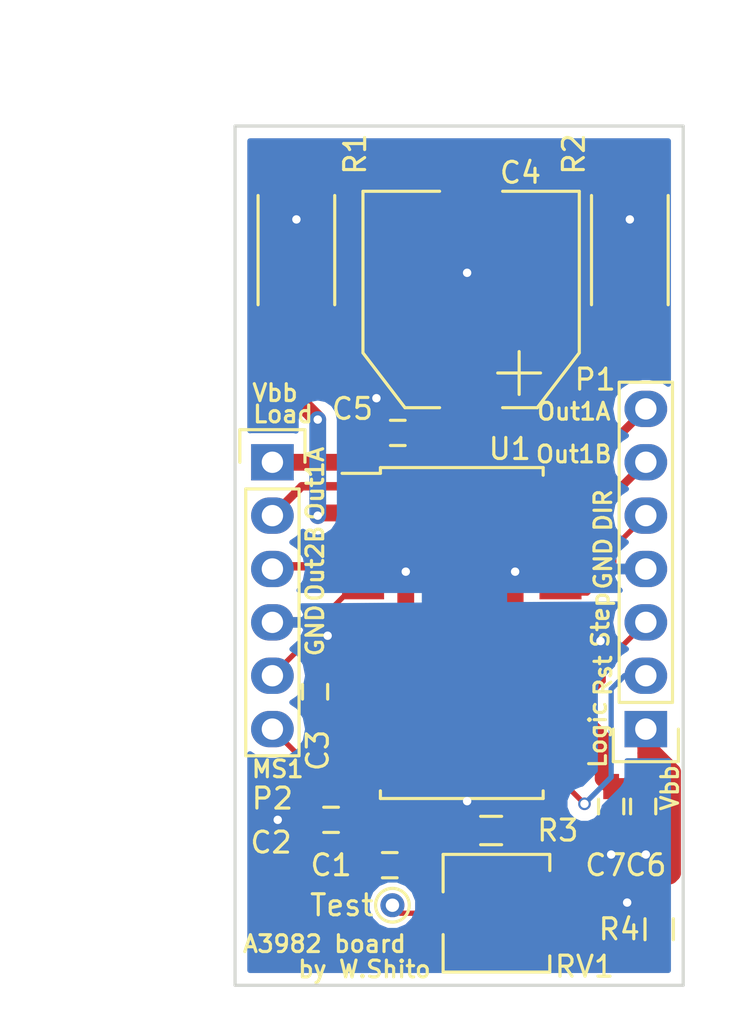
<source format=kicad_pcb>
(kicad_pcb (version 4) (host pcbnew 4.0.5)

  (general
    (links 42)
    (no_connects 0)
    (area 78.256001 39.464 113.978 85.979001)
    (thickness 1.6)
    (drawings 22)
    (tracks 150)
    (zones 0)
    (modules 16)
    (nets 22)
  )

  (page A4)
  (layers
    (0 F.Cu signal)
    (31 B.Cu signal)
    (32 B.Adhes user)
    (33 F.Adhes user)
    (34 B.Paste user)
    (35 F.Paste user)
    (36 B.SilkS user)
    (37 F.SilkS user)
    (38 B.Mask user)
    (39 F.Mask user)
    (40 Dwgs.User user)
    (41 Cmts.User user)
    (42 Eco1.User user)
    (43 Eco2.User user)
    (44 Edge.Cuts user)
    (45 Margin user)
    (46 B.CrtYd user hide)
    (47 F.CrtYd user hide)
    (48 B.Fab user hide)
    (49 F.Fab user)
  )

  (setup
    (last_trace_width 0.25)
    (trace_clearance 0.2)
    (zone_clearance 0.508)
    (zone_45_only no)
    (trace_min 0.1524)
    (segment_width 0.2)
    (edge_width 0.15)
    (via_size 0.6)
    (via_drill 0.4)
    (via_min_size 0.41524)
    (via_min_drill 0.3)
    (uvia_size 0.3)
    (uvia_drill 0.1)
    (uvias_allowed no)
    (uvia_min_size 0.2)
    (uvia_min_drill 0.1)
    (pcb_text_width 0.3)
    (pcb_text_size 1.5 1.5)
    (mod_edge_width 0.15)
    (mod_text_size 1 1)
    (mod_text_width 0.15)
    (pad_size 1.524 1.524)
    (pad_drill 0.762)
    (pad_to_mask_clearance 0.2)
    (aux_axis_origin 0 0)
    (visible_elements FFFFFF7F)
    (pcbplotparams
      (layerselection 0x00030_80000001)
      (usegerberextensions false)
      (excludeedgelayer true)
      (linewidth 0.100000)
      (plotframeref false)
      (viasonmask false)
      (mode 1)
      (useauxorigin false)
      (hpglpennumber 1)
      (hpglpenspeed 20)
      (hpglpendiameter 15)
      (hpglpenoverlay 2)
      (psnegative false)
      (psa4output false)
      (plotreference true)
      (plotvalue true)
      (plotinvisibletext false)
      (padsonsilk false)
      (subtractmaskfromsilk false)
      (outputformat 1)
      (mirror false)
      (drillshape 1)
      (scaleselection 1)
      (outputdirectory ""))
  )

  (net 0 "")
  (net 1 "Net-(C1-Pad1)")
  (net 2 VBB_LOAD)
  (net 3 "Net-(C2-Pad1)")
  (net 4 GND)
  (net 5 "Net-(C3-Pad1)")
  (net 6 "Net-(C3-Pad2)")
  (net 7 VDD_LOGIC)
  (net 8 STEP)
  (net 9 DIR)
  (net 10 RESET)
  (net 11 MS1)
  (net 12 ENABLE)
  (net 13 OUT1A)
  (net 14 OUT1B)
  (net 15 OUT2A)
  (net 16 OUT2B)
  (net 17 "Net-(R1-Pad1)")
  (net 18 "Net-(R2-Pad2)")
  (net 19 "Net-(R3-Pad1)")
  (net 20 "Net-(R4-Pad1)")
  (net 21 "Net-(RV1-Pad2)")

  (net_class Default "This is the default net class."
    (clearance 0.2)
    (trace_width 0.25)
    (via_dia 0.6)
    (via_drill 0.4)
    (uvia_dia 0.3)
    (uvia_drill 0.1)
    (add_net DIR)
    (add_net ENABLE)
    (add_net MS1)
    (add_net "Net-(R3-Pad1)")
    (add_net "Net-(RV1-Pad2)")
    (add_net RESET)
    (add_net STEP)
  )

  (net_class Bold ""
    (clearance 0.2)
    (trace_width 0.4)
    (via_dia 0.6)
    (via_drill 0.4)
    (uvia_dia 0.3)
    (uvia_drill 0.1)
    (add_net "Net-(C1-Pad1)")
    (add_net "Net-(C2-Pad1)")
    (add_net "Net-(C3-Pad1)")
    (add_net "Net-(C3-Pad2)")
    (add_net OUT1A)
    (add_net OUT1B)
    (add_net OUT2A)
    (add_net OUT2B)
  )

  (net_class Bold2 ""
    (clearance 0.2)
    (trace_width 0.8)
    (via_dia 0.6)
    (via_drill 0.4)
    (uvia_dia 0.3)
    (uvia_drill 0.1)
    (add_net GND)
    (add_net "Net-(R1-Pad1)")
    (add_net "Net-(R2-Pad2)")
    (add_net "Net-(R4-Pad1)")
    (add_net VBB_LOAD)
    (add_net VDD_LOGIC)
  )

  (net_class Elecrow ""
    (clearance 0.1524)
    (trace_width 0.1524)
    (via_dia 0.41524)
    (via_drill 0.3)
    (uvia_dia 0.3)
    (uvia_drill 0.1)
  )

  (module Capacitors_SMD:C_0603_HandSoldering (layer F.Cu) (tedit 59243AFE) (tstamp 592197B8)
    (at 97.028 80.137)
    (descr "Capacitor SMD 0603, hand soldering")
    (tags "capacitor 0603")
    (path /591716BC)
    (attr smd)
    (fp_text reference C1 (at -2.794 0) (layer F.SilkS)
      (effects (font (size 1 1) (thickness 0.15)))
    )
    (fp_text value 0.1u (at -1.016 -1.016) (layer F.Fab)
      (effects (font (size 1 1) (thickness 0.15)))
    )
    (fp_line (start -0.8 0.4) (end -0.8 -0.4) (layer F.Fab) (width 0.15))
    (fp_line (start 0.8 0.4) (end -0.8 0.4) (layer F.Fab) (width 0.15))
    (fp_line (start 0.8 -0.4) (end 0.8 0.4) (layer F.Fab) (width 0.15))
    (fp_line (start -0.8 -0.4) (end 0.8 -0.4) (layer F.Fab) (width 0.15))
    (fp_line (start -1.85 -0.75) (end 1.85 -0.75) (layer F.CrtYd) (width 0.05))
    (fp_line (start -1.85 0.75) (end 1.85 0.75) (layer F.CrtYd) (width 0.05))
    (fp_line (start -1.85 -0.75) (end -1.85 0.75) (layer F.CrtYd) (width 0.05))
    (fp_line (start 1.85 -0.75) (end 1.85 0.75) (layer F.CrtYd) (width 0.05))
    (fp_line (start -0.35 -0.6) (end 0.35 -0.6) (layer F.SilkS) (width 0.15))
    (fp_line (start 0.35 0.6) (end -0.35 0.6) (layer F.SilkS) (width 0.15))
    (pad 1 smd rect (at -0.95 0) (size 1.2 0.75) (layers F.Cu F.Paste F.Mask)
      (net 1 "Net-(C1-Pad1)"))
    (pad 2 smd rect (at 0.95 0) (size 1.2 0.75) (layers F.Cu F.Paste F.Mask)
      (net 2 VBB_LOAD))
    (model Capacitors_SMD.3dshapes/C_0603_HandSoldering.wrl
      (at (xyz 0 0 0))
      (scale (xyz 1 1 1))
      (rotate (xyz 0 0 0))
    )
  )

  (module Capacitors_SMD:C_0603_HandSoldering (layer F.Cu) (tedit 59243A3F) (tstamp 592197BE)
    (at 94.234 77.978 180)
    (descr "Capacitor SMD 0603, hand soldering")
    (tags "capacitor 0603")
    (path /5917277C)
    (attr smd)
    (fp_text reference C2 (at 2.8575 -1.0795 360) (layer F.SilkS)
      (effects (font (size 1 1) (thickness 0.15)))
    )
    (fp_text value 0.22u (at 4.699 0.127 180) (layer F.Fab)
      (effects (font (size 1 1) (thickness 0.15)))
    )
    (fp_line (start -0.8 0.4) (end -0.8 -0.4) (layer F.Fab) (width 0.15))
    (fp_line (start 0.8 0.4) (end -0.8 0.4) (layer F.Fab) (width 0.15))
    (fp_line (start 0.8 -0.4) (end 0.8 0.4) (layer F.Fab) (width 0.15))
    (fp_line (start -0.8 -0.4) (end 0.8 -0.4) (layer F.Fab) (width 0.15))
    (fp_line (start -1.85 -0.75) (end 1.85 -0.75) (layer F.CrtYd) (width 0.05))
    (fp_line (start -1.85 0.75) (end 1.85 0.75) (layer F.CrtYd) (width 0.05))
    (fp_line (start -1.85 -0.75) (end -1.85 0.75) (layer F.CrtYd) (width 0.05))
    (fp_line (start 1.85 -0.75) (end 1.85 0.75) (layer F.CrtYd) (width 0.05))
    (fp_line (start -0.35 -0.6) (end 0.35 -0.6) (layer F.SilkS) (width 0.15))
    (fp_line (start 0.35 0.6) (end -0.35 0.6) (layer F.SilkS) (width 0.15))
    (pad 1 smd rect (at -0.95 0 180) (size 1.2 0.75) (layers F.Cu F.Paste F.Mask)
      (net 3 "Net-(C2-Pad1)"))
    (pad 2 smd rect (at 0.95 0 180) (size 1.2 0.75) (layers F.Cu F.Paste F.Mask)
      (net 4 GND))
    (model Capacitors_SMD.3dshapes/C_0603_HandSoldering.wrl
      (at (xyz 0 0 0))
      (scale (xyz 1 1 1))
      (rotate (xyz 0 0 0))
    )
  )

  (module Capacitors_SMD:C_0603_HandSoldering (layer F.Cu) (tedit 5924353D) (tstamp 592197C4)
    (at 93.472 71.882 270)
    (descr "Capacitor SMD 0603, hand soldering")
    (tags "capacitor 0603")
    (path /5916745A)
    (attr smd)
    (fp_text reference C3 (at 2.794 -0.127 270) (layer F.SilkS)
      (effects (font (size 1 1) (thickness 0.15)))
    )
    (fp_text value 0.1u (at 0.762 -1.397 270) (layer F.Fab)
      (effects (font (size 1 1) (thickness 0.15)))
    )
    (fp_line (start -0.8 0.4) (end -0.8 -0.4) (layer F.Fab) (width 0.15))
    (fp_line (start 0.8 0.4) (end -0.8 0.4) (layer F.Fab) (width 0.15))
    (fp_line (start 0.8 -0.4) (end 0.8 0.4) (layer F.Fab) (width 0.15))
    (fp_line (start -0.8 -0.4) (end 0.8 -0.4) (layer F.Fab) (width 0.15))
    (fp_line (start -1.85 -0.75) (end 1.85 -0.75) (layer F.CrtYd) (width 0.05))
    (fp_line (start -1.85 0.75) (end 1.85 0.75) (layer F.CrtYd) (width 0.05))
    (fp_line (start -1.85 -0.75) (end -1.85 0.75) (layer F.CrtYd) (width 0.05))
    (fp_line (start 1.85 -0.75) (end 1.85 0.75) (layer F.CrtYd) (width 0.05))
    (fp_line (start -0.35 -0.6) (end 0.35 -0.6) (layer F.SilkS) (width 0.15))
    (fp_line (start 0.35 0.6) (end -0.35 0.6) (layer F.SilkS) (width 0.15))
    (pad 1 smd rect (at -0.95 0 270) (size 1.2 0.75) (layers F.Cu F.Paste F.Mask)
      (net 5 "Net-(C3-Pad1)"))
    (pad 2 smd rect (at 0.95 0 270) (size 1.2 0.75) (layers F.Cu F.Paste F.Mask)
      (net 6 "Net-(C3-Pad2)"))
    (model Capacitors_SMD.3dshapes/C_0603_HandSoldering.wrl
      (at (xyz 0 0 0))
      (scale (xyz 1 1 1))
      (rotate (xyz 0 0 0))
    )
  )

  (module Capacitors_SMD:C_0603_HandSoldering (layer F.Cu) (tedit 5924396C) (tstamp 592197DA)
    (at 97.409 59.563)
    (descr "Capacitor SMD 0603, hand soldering")
    (tags "capacitor 0603")
    (path /59171B08)
    (attr smd)
    (fp_text reference C5 (at -2.159 -1.143) (layer F.SilkS)
      (effects (font (size 1 1) (thickness 0.15)))
    )
    (fp_text value 0.22u (at 0.254 1.143) (layer F.Fab)
      (effects (font (size 1 1) (thickness 0.15)))
    )
    (fp_line (start -0.8 0.4) (end -0.8 -0.4) (layer F.Fab) (width 0.15))
    (fp_line (start 0.8 0.4) (end -0.8 0.4) (layer F.Fab) (width 0.15))
    (fp_line (start 0.8 -0.4) (end 0.8 0.4) (layer F.Fab) (width 0.15))
    (fp_line (start -0.8 -0.4) (end 0.8 -0.4) (layer F.Fab) (width 0.15))
    (fp_line (start -1.85 -0.75) (end 1.85 -0.75) (layer F.CrtYd) (width 0.05))
    (fp_line (start -1.85 0.75) (end 1.85 0.75) (layer F.CrtYd) (width 0.05))
    (fp_line (start -1.85 -0.75) (end -1.85 0.75) (layer F.CrtYd) (width 0.05))
    (fp_line (start 1.85 -0.75) (end 1.85 0.75) (layer F.CrtYd) (width 0.05))
    (fp_line (start -0.35 -0.6) (end 0.35 -0.6) (layer F.SilkS) (width 0.15))
    (fp_line (start 0.35 0.6) (end -0.35 0.6) (layer F.SilkS) (width 0.15))
    (pad 1 smd rect (at -0.95 0) (size 1.2 0.75) (layers F.Cu F.Paste F.Mask)
      (net 4 GND))
    (pad 2 smd rect (at 0.95 0) (size 1.2 0.75) (layers F.Cu F.Paste F.Mask)
      (net 2 VBB_LOAD))
    (model Capacitors_SMD.3dshapes/C_0603_HandSoldering.wrl
      (at (xyz 0 0 0))
      (scale (xyz 1 1 1))
      (rotate (xyz 0 0 0))
    )
  )

  (module Capacitors_SMD:C_0603_HandSoldering (layer F.Cu) (tedit 592431E8) (tstamp 592197E0)
    (at 109.093 77.343 270)
    (descr "Capacitor SMD 0603, hand soldering")
    (tags "capacitor 0603")
    (path /5916EAE4)
    (attr smd)
    (fp_text reference C6 (at 2.794 -0.127 360) (layer F.SilkS)
      (effects (font (size 1 1) (thickness 0.15)))
    )
    (fp_text value 10u (at 0.254 -2.921 270) (layer F.Fab)
      (effects (font (size 1 1) (thickness 0.15)))
    )
    (fp_line (start -0.8 0.4) (end -0.8 -0.4) (layer F.Fab) (width 0.15))
    (fp_line (start 0.8 0.4) (end -0.8 0.4) (layer F.Fab) (width 0.15))
    (fp_line (start 0.8 -0.4) (end 0.8 0.4) (layer F.Fab) (width 0.15))
    (fp_line (start -0.8 -0.4) (end 0.8 -0.4) (layer F.Fab) (width 0.15))
    (fp_line (start -1.85 -0.75) (end 1.85 -0.75) (layer F.CrtYd) (width 0.05))
    (fp_line (start -1.85 0.75) (end 1.85 0.75) (layer F.CrtYd) (width 0.05))
    (fp_line (start -1.85 -0.75) (end -1.85 0.75) (layer F.CrtYd) (width 0.05))
    (fp_line (start 1.85 -0.75) (end 1.85 0.75) (layer F.CrtYd) (width 0.05))
    (fp_line (start -0.35 -0.6) (end 0.35 -0.6) (layer F.SilkS) (width 0.15))
    (fp_line (start 0.35 0.6) (end -0.35 0.6) (layer F.SilkS) (width 0.15))
    (pad 1 smd rect (at -0.95 0 270) (size 1.2 0.75) (layers F.Cu F.Paste F.Mask)
      (net 7 VDD_LOGIC))
    (pad 2 smd rect (at 0.95 0 270) (size 1.2 0.75) (layers F.Cu F.Paste F.Mask)
      (net 4 GND))
    (model Capacitors_SMD.3dshapes/C_0603_HandSoldering.wrl
      (at (xyz 0 0 0))
      (scale (xyz 1 1 1))
      (rotate (xyz 0 0 0))
    )
  )

  (module Capacitors_SMD:C_0603_HandSoldering (layer F.Cu) (tedit 592431F0) (tstamp 592197E6)
    (at 107.569 77.343 90)
    (descr "Capacitor SMD 0603, hand soldering")
    (tags "capacitor 0603")
    (path /5916DD02)
    (attr smd)
    (fp_text reference C7 (at -2.794 -0.254 180) (layer F.SilkS)
      (effects (font (size 1 1) (thickness 0.15)))
    )
    (fp_text value 0.22u (at -0.381 -1.143 90) (layer F.Fab)
      (effects (font (size 1 1) (thickness 0.15)))
    )
    (fp_line (start -0.8 0.4) (end -0.8 -0.4) (layer F.Fab) (width 0.15))
    (fp_line (start 0.8 0.4) (end -0.8 0.4) (layer F.Fab) (width 0.15))
    (fp_line (start 0.8 -0.4) (end 0.8 0.4) (layer F.Fab) (width 0.15))
    (fp_line (start -0.8 -0.4) (end 0.8 -0.4) (layer F.Fab) (width 0.15))
    (fp_line (start -1.85 -0.75) (end 1.85 -0.75) (layer F.CrtYd) (width 0.05))
    (fp_line (start -1.85 0.75) (end 1.85 0.75) (layer F.CrtYd) (width 0.05))
    (fp_line (start -1.85 -0.75) (end -1.85 0.75) (layer F.CrtYd) (width 0.05))
    (fp_line (start 1.85 -0.75) (end 1.85 0.75) (layer F.CrtYd) (width 0.05))
    (fp_line (start -0.35 -0.6) (end 0.35 -0.6) (layer F.SilkS) (width 0.15))
    (fp_line (start 0.35 0.6) (end -0.35 0.6) (layer F.SilkS) (width 0.15))
    (pad 1 smd rect (at -0.95 0 90) (size 1.2 0.75) (layers F.Cu F.Paste F.Mask)
      (net 4 GND))
    (pad 2 smd rect (at 0.95 0 90) (size 1.2 0.75) (layers F.Cu F.Paste F.Mask)
      (net 7 VDD_LOGIC))
    (model Capacitors_SMD.3dshapes/C_0603_HandSoldering.wrl
      (at (xyz 0 0 0))
      (scale (xyz 1 1 1))
      (rotate (xyz 0 0 0))
    )
  )

  (module Resistors_SMD:R_2512_HandSoldering (layer F.Cu) (tedit 59243AE3) (tstamp 59219801)
    (at 92.583 50.8635 90)
    (descr "Resistor SMD 2512, hand soldering")
    (tags "resistor 2512")
    (path /59167012)
    (attr smd)
    (fp_text reference R1 (at 4.572 2.794 270) (layer F.SilkS)
      (effects (font (size 1 1) (thickness 0.15)))
    )
    (fp_text value 0.33 (at -0.8255 0 90) (layer F.Fab)
      (effects (font (size 1 1) (thickness 0.15)))
    )
    (fp_line (start -3.15 1.6) (end -3.15 -1.6) (layer F.Fab) (width 0.1))
    (fp_line (start 3.15 1.6) (end -3.15 1.6) (layer F.Fab) (width 0.1))
    (fp_line (start 3.15 -1.6) (end 3.15 1.6) (layer F.Fab) (width 0.1))
    (fp_line (start -3.15 -1.6) (end 3.15 -1.6) (layer F.Fab) (width 0.1))
    (fp_line (start -5.6 -1.95) (end 5.6 -1.95) (layer F.CrtYd) (width 0.05))
    (fp_line (start -5.6 1.95) (end 5.6 1.95) (layer F.CrtYd) (width 0.05))
    (fp_line (start -5.6 -1.95) (end -5.6 1.95) (layer F.CrtYd) (width 0.05))
    (fp_line (start 5.6 -1.95) (end 5.6 1.95) (layer F.CrtYd) (width 0.05))
    (fp_line (start 2.6 1.825) (end -2.6 1.825) (layer F.SilkS) (width 0.15))
    (fp_line (start -2.6 -1.825) (end 2.6 -1.825) (layer F.SilkS) (width 0.15))
    (pad 1 smd rect (at -3.95 0 90) (size 2.7 3.2) (layers F.Cu F.Paste F.Mask)
      (net 17 "Net-(R1-Pad1)"))
    (pad 2 smd rect (at 3.95 0 90) (size 2.7 3.2) (layers F.Cu F.Paste F.Mask)
      (net 4 GND))
    (model Resistors_SMD.3dshapes/R_2512_HandSoldering.wrl
      (at (xyz 0 0 0))
      (scale (xyz 1 1 1))
      (rotate (xyz 0 0 0))
    )
  )

  (module Resistors_SMD:R_2512_HandSoldering (layer F.Cu) (tedit 59243AE5) (tstamp 59219807)
    (at 108.458 50.8635 270)
    (descr "Resistor SMD 2512, hand soldering")
    (tags "resistor 2512")
    (path /5916728D)
    (attr smd)
    (fp_text reference R2 (at -4.572 2.667 450) (layer F.SilkS)
      (effects (font (size 1 1) (thickness 0.15)))
    )
    (fp_text value 0.33 (at 0.1905 -0.127 270) (layer F.Fab)
      (effects (font (size 1 1) (thickness 0.15)))
    )
    (fp_line (start -3.15 1.6) (end -3.15 -1.6) (layer F.Fab) (width 0.1))
    (fp_line (start 3.15 1.6) (end -3.15 1.6) (layer F.Fab) (width 0.1))
    (fp_line (start 3.15 -1.6) (end 3.15 1.6) (layer F.Fab) (width 0.1))
    (fp_line (start -3.15 -1.6) (end 3.15 -1.6) (layer F.Fab) (width 0.1))
    (fp_line (start -5.6 -1.95) (end 5.6 -1.95) (layer F.CrtYd) (width 0.05))
    (fp_line (start -5.6 1.95) (end 5.6 1.95) (layer F.CrtYd) (width 0.05))
    (fp_line (start -5.6 -1.95) (end -5.6 1.95) (layer F.CrtYd) (width 0.05))
    (fp_line (start 5.6 -1.95) (end 5.6 1.95) (layer F.CrtYd) (width 0.05))
    (fp_line (start 2.6 1.825) (end -2.6 1.825) (layer F.SilkS) (width 0.15))
    (fp_line (start -2.6 -1.825) (end 2.6 -1.825) (layer F.SilkS) (width 0.15))
    (pad 1 smd rect (at -3.95 0 270) (size 2.7 3.2) (layers F.Cu F.Paste F.Mask)
      (net 4 GND))
    (pad 2 smd rect (at 3.95 0 270) (size 2.7 3.2) (layers F.Cu F.Paste F.Mask)
      (net 18 "Net-(R2-Pad2)"))
    (model Resistors_SMD.3dshapes/R_2512_HandSoldering.wrl
      (at (xyz 0 0 0))
      (scale (xyz 1 1 1))
      (rotate (xyz 0 0 0))
    )
  )

  (module Resistors_SMD:R_0603_HandSoldering (layer F.Cu) (tedit 592431A5) (tstamp 5921980D)
    (at 101.854 78.486 180)
    (descr "Resistor SMD 0603, hand soldering")
    (tags "resistor 0603")
    (path /59167D4A)
    (attr smd)
    (fp_text reference R3 (at -3.175 0 180) (layer F.SilkS)
      (effects (font (size 1 1) (thickness 0.15)))
    )
    (fp_text value 25K (at 3.429 0.381 180) (layer F.Fab)
      (effects (font (size 1 1) (thickness 0.15)))
    )
    (fp_line (start -0.8 0.4) (end -0.8 -0.4) (layer F.Fab) (width 0.1))
    (fp_line (start 0.8 0.4) (end -0.8 0.4) (layer F.Fab) (width 0.1))
    (fp_line (start 0.8 -0.4) (end 0.8 0.4) (layer F.Fab) (width 0.1))
    (fp_line (start -0.8 -0.4) (end 0.8 -0.4) (layer F.Fab) (width 0.1))
    (fp_line (start -2 -0.8) (end 2 -0.8) (layer F.CrtYd) (width 0.05))
    (fp_line (start -2 0.8) (end 2 0.8) (layer F.CrtYd) (width 0.05))
    (fp_line (start -2 -0.8) (end -2 0.8) (layer F.CrtYd) (width 0.05))
    (fp_line (start 2 -0.8) (end 2 0.8) (layer F.CrtYd) (width 0.05))
    (fp_line (start 0.5 0.675) (end -0.5 0.675) (layer F.SilkS) (width 0.15))
    (fp_line (start -0.5 -0.675) (end 0.5 -0.675) (layer F.SilkS) (width 0.15))
    (pad 1 smd rect (at -1.1 0 180) (size 1.2 0.9) (layers F.Cu F.Paste F.Mask)
      (net 19 "Net-(R3-Pad1)"))
    (pad 2 smd rect (at 1.1 0 180) (size 1.2 0.9) (layers F.Cu F.Paste F.Mask)
      (net 4 GND))
    (model Resistors_SMD.3dshapes/R_0603_HandSoldering.wrl
      (at (xyz 0 0 0))
      (scale (xyz 1 1 1))
      (rotate (xyz 0 0 0))
    )
  )

  (module Resistors_SMD:R_0603_HandSoldering (layer F.Cu) (tedit 592431EB) (tstamp 59219813)
    (at 109.855 83.185 90)
    (descr "Resistor SMD 0603, hand soldering")
    (tags "resistor 0603")
    (path /59167319)
    (attr smd)
    (fp_text reference R4 (at 0 -1.9 180) (layer F.SilkS)
      (effects (font (size 1 1) (thickness 0.15)))
    )
    (fp_text value 2.4K (at -0.254 2.921 90) (layer F.Fab)
      (effects (font (size 1 1) (thickness 0.15)))
    )
    (fp_line (start -0.8 0.4) (end -0.8 -0.4) (layer F.Fab) (width 0.1))
    (fp_line (start 0.8 0.4) (end -0.8 0.4) (layer F.Fab) (width 0.1))
    (fp_line (start 0.8 -0.4) (end 0.8 0.4) (layer F.Fab) (width 0.1))
    (fp_line (start -0.8 -0.4) (end 0.8 -0.4) (layer F.Fab) (width 0.1))
    (fp_line (start -2 -0.8) (end 2 -0.8) (layer F.CrtYd) (width 0.05))
    (fp_line (start -2 0.8) (end 2 0.8) (layer F.CrtYd) (width 0.05))
    (fp_line (start -2 -0.8) (end -2 0.8) (layer F.CrtYd) (width 0.05))
    (fp_line (start 2 -0.8) (end 2 0.8) (layer F.CrtYd) (width 0.05))
    (fp_line (start 0.5 0.675) (end -0.5 0.675) (layer F.SilkS) (width 0.15))
    (fp_line (start -0.5 -0.675) (end 0.5 -0.675) (layer F.SilkS) (width 0.15))
    (pad 1 smd rect (at -1.1 0 90) (size 1.2 0.9) (layers F.Cu F.Paste F.Mask)
      (net 20 "Net-(R4-Pad1)"))
    (pad 2 smd rect (at 1.1 0 90) (size 1.2 0.9) (layers F.Cu F.Paste F.Mask)
      (net 4 GND))
    (model Resistors_SMD.3dshapes/R_0603_HandSoldering.wrl
      (at (xyz 0 0 0))
      (scale (xyz 1 1 1))
      (rotate (xyz 0 0 0))
    )
  )

  (module wshito_FootPrints:G43A (layer F.Cu) (tedit 59243A01) (tstamp 59219824)
    (at 102.108 82.423 90)
    (path /591596EC)
    (fp_text reference RV1 (at -2.54 4.191 180) (layer F.SilkS)
      (effects (font (size 1 1) (thickness 0.15)))
    )
    (fp_text value 10K (at -1.524 -0.254 180) (layer F.Fab)
      (effects (font (size 1 1) (thickness 0.15)))
    )
    (fp_line (start 1.016 -2.54) (end 2.8 -2.54) (layer F.SilkS) (width 0.15))
    (fp_line (start 2.8 -2.54) (end 2.8 2.54) (layer F.SilkS) (width 0.15))
    (fp_line (start 2.8 2.54) (end 2.032 2.54) (layer F.SilkS) (width 0.15))
    (fp_line (start -2.8 -2.54) (end -1.016 -2.54) (layer F.SilkS) (width 0.15))
    (fp_line (start -2.8 -2.54) (end -2.8 2.54) (layer F.SilkS) (width 0.15))
    (fp_line (start -2.8 2.54) (end -2.032 2.54) (layer F.SilkS) (width 0.15))
    (fp_line (start -2.55 -2.25) (end -2.55 2.25) (layer F.Fab) (width 0.15))
    (fp_line (start -2.55 2.25) (end 2.55 2.25) (layer F.Fab) (width 0.15))
    (fp_line (start 2.55 2.25) (end 2.55 -2.25) (layer F.Fab) (width 0.15))
    (fp_line (start 2.5 -2.25) (end -2.5 -2.25) (layer F.Fab) (width 0.15))
    (pad 1 smd rect (at 1.15 2.425 90) (size 0.9 2.15) (layers F.Cu F.Paste F.Mask)
      (net 7 VDD_LOGIC))
    (pad 2 smd rect (at 0 -2.425 90) (size 1.3 2.15) (layers F.Cu F.Paste F.Mask)
      (net 21 "Net-(RV1-Pad2)"))
    (pad 3 smd rect (at -1.15 2.425 90) (size 0.9 2.15) (layers F.Cu F.Paste F.Mask)
      (net 20 "Net-(R4-Pad1)"))
  )

  (module Housings_SOIC:SOIC-24W_7.5x15.4mm_Pitch1.27mm (layer F.Cu) (tedit 5924310A) (tstamp 59219840)
    (at 100.457 69.088)
    (descr "24-Lead Plastic Small Outline (SO) - Wide, 7.50 mm Body [SOIC] (see Microchip Packaging Specification 00000049BS.pdf)")
    (tags "SOIC 1.27")
    (path /5918F2BA)
    (attr smd)
    (fp_text reference U1 (at 2.286 -8.763) (layer F.SilkS)
      (effects (font (size 1 1) (thickness 0.15)))
    )
    (fp_text value A3982 (at 0.127 1.905) (layer F.Fab)
      (effects (font (size 1 1) (thickness 0.15)))
    )
    (fp_line (start -2.75 -7.7) (end 3.75 -7.7) (layer F.Fab) (width 0.15))
    (fp_line (start 3.75 -7.7) (end 3.75 7.7) (layer F.Fab) (width 0.15))
    (fp_line (start 3.75 7.7) (end -3.75 7.7) (layer F.Fab) (width 0.15))
    (fp_line (start -3.75 7.7) (end -3.75 -6.7) (layer F.Fab) (width 0.15))
    (fp_line (start -3.75 -6.7) (end -2.75 -7.7) (layer F.Fab) (width 0.15))
    (fp_line (start -5.95 -8.05) (end -5.95 8.05) (layer F.CrtYd) (width 0.05))
    (fp_line (start 5.95 -8.05) (end 5.95 8.05) (layer F.CrtYd) (width 0.05))
    (fp_line (start -5.95 -8.05) (end 5.95 -8.05) (layer F.CrtYd) (width 0.05))
    (fp_line (start -5.95 8.05) (end 5.95 8.05) (layer F.CrtYd) (width 0.05))
    (fp_line (start -3.875 -7.875) (end -3.875 -7.6) (layer F.SilkS) (width 0.15))
    (fp_line (start 3.875 -7.875) (end 3.875 -7.51) (layer F.SilkS) (width 0.15))
    (fp_line (start 3.875 7.875) (end 3.875 7.51) (layer F.SilkS) (width 0.15))
    (fp_line (start -3.875 7.875) (end -3.875 7.51) (layer F.SilkS) (width 0.15))
    (fp_line (start -3.875 -7.875) (end 3.875 -7.875) (layer F.SilkS) (width 0.15))
    (fp_line (start -3.875 7.875) (end 3.875 7.875) (layer F.SilkS) (width 0.15))
    (fp_line (start -3.875 -7.6) (end -5.7 -7.6) (layer F.SilkS) (width 0.15))
    (pad 1 smd rect (at -4.7 -6.985) (size 2 0.6) (layers F.Cu F.Paste F.Mask)
      (net 15 OUT2A))
    (pad 2 smd rect (at -4.7 -5.715) (size 2 0.6) (layers F.Cu F.Paste F.Mask)
      (net 17 "Net-(R1-Pad1)"))
    (pad 3 smd rect (at -4.7 -4.445) (size 2 0.6) (layers F.Cu F.Paste F.Mask)
      (net 2 VBB_LOAD))
    (pad 4 smd rect (at -4.7 -3.175) (size 2 0.6) (layers F.Cu F.Paste F.Mask)
      (net 16 OUT2B))
    (pad 5 smd rect (at -4.7 -1.905) (size 2 0.6) (layers F.Cu F.Paste F.Mask)
      (net 12 ENABLE))
    (pad 6 smd rect (at -4.7 -0.635) (size 2 0.6) (layers F.Cu F.Paste F.Mask)
      (net 4 GND))
    (pad 7 smd rect (at -4.7 0.635) (size 2 0.6) (layers F.Cu F.Paste F.Mask)
      (net 4 GND))
    (pad 8 smd rect (at -4.7 1.905) (size 2 0.6) (layers F.Cu F.Paste F.Mask)
      (net 5 "Net-(C3-Pad1)"))
    (pad 9 smd rect (at -4.7 3.175) (size 2 0.6) (layers F.Cu F.Paste F.Mask)
      (net 6 "Net-(C3-Pad2)"))
    (pad 10 smd rect (at -4.7 4.445) (size 2 0.6) (layers F.Cu F.Paste F.Mask)
      (net 1 "Net-(C1-Pad1)"))
    (pad 11 smd rect (at -4.7 5.715) (size 2 0.6) (layers F.Cu F.Paste F.Mask)
      (net 3 "Net-(C2-Pad1)"))
    (pad 12 smd rect (at -4.7 6.985) (size 2 0.6) (layers F.Cu F.Paste F.Mask)
      (net 11 MS1))
    (pad 13 smd rect (at 4.7 6.985) (size 2 0.6) (layers F.Cu F.Paste F.Mask)
      (net 10 RESET))
    (pad 14 smd rect (at 4.7 5.715) (size 2 0.6) (layers F.Cu F.Paste F.Mask)
      (net 19 "Net-(R3-Pad1)"))
    (pad 15 smd rect (at 4.7 4.445) (size 2 0.6) (layers F.Cu F.Paste F.Mask)
      (net 7 VDD_LOGIC))
    (pad 16 smd rect (at 4.7 3.175) (size 2 0.6) (layers F.Cu F.Paste F.Mask)
      (net 8 STEP))
    (pad 17 smd rect (at 4.7 1.905) (size 2 0.6) (layers F.Cu F.Paste F.Mask)
      (net 21 "Net-(RV1-Pad2)"))
    (pad 18 smd rect (at 4.7 0.635) (size 2 0.6) (layers F.Cu F.Paste F.Mask)
      (net 4 GND))
    (pad 19 smd rect (at 4.7 -0.635) (size 2 0.6) (layers F.Cu F.Paste F.Mask)
      (net 4 GND))
    (pad 20 smd rect (at 4.7 -1.905) (size 2 0.6) (layers F.Cu F.Paste F.Mask)
      (net 9 DIR))
    (pad 21 smd rect (at 4.7 -3.175) (size 2 0.6) (layers F.Cu F.Paste F.Mask)
      (net 14 OUT1B))
    (pad 22 smd rect (at 4.7 -4.445) (size 2 0.6) (layers F.Cu F.Paste F.Mask)
      (net 2 VBB_LOAD))
    (pad 23 smd rect (at 4.7 -5.715) (size 2 0.6) (layers F.Cu F.Paste F.Mask)
      (net 18 "Net-(R2-Pad2)"))
    (pad 24 smd rect (at 4.7 -6.985) (size 2 0.6) (layers F.Cu F.Paste F.Mask)
      (net 13 OUT1A))
    (model Housings_SOIC.3dshapes/SOIC-24_7.5x15.4mm_Pitch1.27mm.wrl
      (at (xyz 0 0 0))
      (scale (xyz 1 1 1))
      (rotate (xyz 0 0 0))
    )
  )

  (module Connectors:PINTST (layer F.Cu) (tedit 59243A99) (tstamp 59219845)
    (at 97.155 82.042)
    (descr "module 1 pin (ou trou mecanique de percage)")
    (tags DEV)
    (path /59158DFF)
    (fp_text reference Test (at -2.413 0) (layer F.SilkS)
      (effects (font (size 1 1) (thickness 0.15)))
    )
    (fp_text value TEST_1P (at 2.2225 4.826) (layer F.Fab)
      (effects (font (size 1 1) (thickness 0.15)))
    )
    (fp_circle (center 0 0) (end -0.254 -0.762) (layer F.SilkS) (width 0.15))
    (pad 1 thru_hole circle (at 0 0) (size 1.143 1.143) (drill 0.635) (layers *.Cu *.Mask)
      (net 21 "Net-(RV1-Pad2)"))
    (model Connect.3dshapes/PINTST.wrl
      (at (xyz 0 0 0))
      (scale (xyz 1 1 1))
      (rotate (xyz 0 0 0))
    )
  )

  (module Pin_Headers:Pin_Header_Straight_1x07 (layer F.Cu) (tedit 59243396) (tstamp 59230CB4)
    (at 109.22 73.66 180)
    (descr "Through hole pin header")
    (tags "pin header")
    (path /5919270E)
    (fp_text reference P1 (at 2.413 16.637 180) (layer F.SilkS)
      (effects (font (size 1 1) (thickness 0.15)))
    )
    (fp_text value CONN_01X07 (at -3.683 8.255 270) (layer F.Fab)
      (effects (font (size 1 1) (thickness 0.15)))
    )
    (fp_line (start -1.75 -1.75) (end -1.75 17) (layer F.CrtYd) (width 0.05))
    (fp_line (start 1.75 -1.75) (end 1.75 17) (layer F.CrtYd) (width 0.05))
    (fp_line (start -1.75 -1.75) (end 1.75 -1.75) (layer F.CrtYd) (width 0.05))
    (fp_line (start -1.75 17) (end 1.75 17) (layer F.CrtYd) (width 0.05))
    (fp_line (start 1.27 1.27) (end 1.27 16.51) (layer F.SilkS) (width 0.15))
    (fp_line (start 1.27 16.51) (end -1.27 16.51) (layer F.SilkS) (width 0.15))
    (fp_line (start -1.27 16.51) (end -1.27 1.27) (layer F.SilkS) (width 0.15))
    (fp_line (start 1.55 -1.55) (end 1.55 0) (layer F.SilkS) (width 0.15))
    (fp_line (start 1.27 1.27) (end -1.27 1.27) (layer F.SilkS) (width 0.15))
    (fp_line (start -1.55 0) (end -1.55 -1.55) (layer F.SilkS) (width 0.15))
    (fp_line (start -1.55 -1.55) (end 1.55 -1.55) (layer F.SilkS) (width 0.15))
    (pad 1 thru_hole rect (at 0 0 180) (size 2.032 1.7272) (drill 1.016) (layers *.Cu *.Mask)
      (net 7 VDD_LOGIC))
    (pad 2 thru_hole oval (at 0 2.54 180) (size 2.032 1.7272) (drill 1.016) (layers *.Cu *.Mask)
      (net 10 RESET))
    (pad 3 thru_hole oval (at 0 5.08 180) (size 2.032 1.7272) (drill 1.016) (layers *.Cu *.Mask)
      (net 8 STEP))
    (pad 4 thru_hole oval (at 0 7.62 180) (size 2.032 1.7272) (drill 1.016) (layers *.Cu *.Mask)
      (net 4 GND))
    (pad 5 thru_hole oval (at 0 10.16 180) (size 2.032 1.7272) (drill 1.016) (layers *.Cu *.Mask)
      (net 9 DIR))
    (pad 6 thru_hole oval (at 0 12.7 180) (size 2.032 1.7272) (drill 1.016) (layers *.Cu *.Mask)
      (net 14 OUT1B))
    (pad 7 thru_hole oval (at 0 15.24 180) (size 2.032 1.7272) (drill 1.016) (layers *.Cu *.Mask)
      (net 13 OUT1A))
    (model Pin_Headers.3dshapes/Pin_Header_Straight_1x07.wrl
      (at (xyz 0 -0.3 0))
      (scale (xyz 1 1 1))
      (rotate (xyz 0 0 90))
    )
  )

  (module Pin_Headers:Pin_Header_Straight_1x06 (layer F.Cu) (tedit 59243713) (tstamp 59230CC9)
    (at 91.44 60.96)
    (descr "Through hole pin header")
    (tags "pin header")
    (path /59192200)
    (fp_text reference P2 (at 0 16.002) (layer F.SilkS)
      (effects (font (size 1 1) (thickness 0.15)))
    )
    (fp_text value CONN_01X06 (at -2.921 7.874 90) (layer F.Fab)
      (effects (font (size 1 1) (thickness 0.15)))
    )
    (fp_line (start -1.75 -1.75) (end -1.75 14.45) (layer F.CrtYd) (width 0.05))
    (fp_line (start 1.75 -1.75) (end 1.75 14.45) (layer F.CrtYd) (width 0.05))
    (fp_line (start -1.75 -1.75) (end 1.75 -1.75) (layer F.CrtYd) (width 0.05))
    (fp_line (start -1.75 14.45) (end 1.75 14.45) (layer F.CrtYd) (width 0.05))
    (fp_line (start 1.27 1.27) (end 1.27 13.97) (layer F.SilkS) (width 0.15))
    (fp_line (start 1.27 13.97) (end -1.27 13.97) (layer F.SilkS) (width 0.15))
    (fp_line (start -1.27 13.97) (end -1.27 1.27) (layer F.SilkS) (width 0.15))
    (fp_line (start 1.55 -1.55) (end 1.55 0) (layer F.SilkS) (width 0.15))
    (fp_line (start 1.27 1.27) (end -1.27 1.27) (layer F.SilkS) (width 0.15))
    (fp_line (start -1.55 0) (end -1.55 -1.55) (layer F.SilkS) (width 0.15))
    (fp_line (start -1.55 -1.55) (end 1.55 -1.55) (layer F.SilkS) (width 0.15))
    (pad 1 thru_hole rect (at 0 0) (size 2.032 1.7272) (drill 1.016) (layers *.Cu *.Mask)
      (net 2 VBB_LOAD))
    (pad 2 thru_hole oval (at 0 2.54) (size 2.032 1.7272) (drill 1.016) (layers *.Cu *.Mask)
      (net 15 OUT2A))
    (pad 3 thru_hole oval (at 0 5.08) (size 2.032 1.7272) (drill 1.016) (layers *.Cu *.Mask)
      (net 16 OUT2B))
    (pad 4 thru_hole oval (at 0 7.62) (size 2.032 1.7272) (drill 1.016) (layers *.Cu *.Mask)
      (net 4 GND))
    (pad 5 thru_hole oval (at 0 10.16) (size 2.032 1.7272) (drill 1.016) (layers *.Cu *.Mask)
      (net 12 ENABLE))
    (pad 6 thru_hole oval (at 0 12.7) (size 2.032 1.7272) (drill 1.016) (layers *.Cu *.Mask)
      (net 11 MS1))
    (model Pin_Headers.3dshapes/Pin_Header_Straight_1x06.wrl
      (at (xyz 0 -0.25 0))
      (scale (xyz 1 1 1))
      (rotate (xyz 0 0 90))
    )
  )

  (module wshito_FootPrints:UCB1H101MNL1GS_HandSoldering (layer F.Cu) (tedit 592439BB) (tstamp 592197D4)
    (at 100.9015 53.213 180)
    (path /59171AA7)
    (fp_text reference C4 (at -2.3495 6.0325 180) (layer F.SilkS)
      (effects (font (size 1 1) (thickness 0.15)))
    )
    (fp_text value 100u (at -0.127 -0.508 180) (layer F.Fab)
      (effects (font (size 1 1) (thickness 0.15)))
    )
    (fp_line (start -1.5 -5.15) (end -3.15 -5.15) (layer F.SilkS) (width 0.15))
    (fp_line (start 3.15 -5.15) (end 1.5 -5.15) (layer F.SilkS) (width 0.15))
    (fp_line (start 1.5 5.15) (end 5.15 5.15) (layer F.SilkS) (width 0.15))
    (fp_line (start -5.15 5.15) (end -1.5 5.15) (layer F.SilkS) (width 0.15))
    (fp_line (start -2.286 -4.51904) (end -2.286 -2.47904) (layer F.SilkS) (width 0.15))
    (fp_line (start -3.306 -3.49904) (end -1.266 -3.49904) (layer F.SilkS) (width 0.15))
    (fp_line (start 3.15 -5.15) (end 5.15 -2.54) (layer F.SilkS) (width 0.15))
    (fp_line (start -5.15 -2.54) (end -3.15 -5.15) (layer F.SilkS) (width 0.15))
    (fp_line (start 5.15 5.15) (end 5.15 -2.54) (layer F.SilkS) (width 0.15))
    (fp_line (start -5.15 5.15) (end -5.15 -2.54) (layer F.SilkS) (width 0.15))
    (pad 1 smd rect (at 0 -4.3 180) (size 1 4.1) (layers F.Cu F.Paste F.Mask)
      (net 2 VBB_LOAD))
    (pad 2 smd rect (at 0 4.3 180) (size 1 4.1) (layers F.Cu F.Paste F.Mask)
      (net 4 GND))
  )

  (gr_text "A3982 board" (at 93.9165 83.8835) (layer F.SilkS)
    (effects (font (size 0.8 0.8) (thickness 0.15)))
  )
  (gr_text "by W.Shito" (at 95.8215 85.09) (layer F.SilkS)
    (effects (font (size 0.8 0.8) (thickness 0.15)))
  )
  (gr_text Out1A (at 93.472 61.976 90) (layer F.SilkS)
    (effects (font (size 0.8 0.8) (thickness 0.15)))
  )
  (gr_text Out2B (at 93.472 65.786 90) (layer F.SilkS)
    (effects (font (size 0.8 0.8) (thickness 0.15)))
  )
  (gr_text MS1 (at 91.694 75.565) (layer F.SilkS)
    (effects (font (size 0.8 0.8) (thickness 0.15)))
  )
  (gr_text Rst (at 107.188 71.12 90) (layer F.SilkS)
    (effects (font (size 0.8 0.8) (thickness 0.15)))
  )
  (gr_text Step (at 107.061 68.453 90) (layer F.SilkS)
    (effects (font (size 0.8 0.8) (thickness 0.15)))
  )
  (gr_text Vbb (at 110.363 76.454 90) (layer F.SilkS)
    (effects (font (size 0.8 0.8) (thickness 0.15)))
  )
  (gr_text Logic (at 106.934 73.914 90) (layer F.SilkS)
    (effects (font (size 0.8 0.8) (thickness 0.15)))
  )
  (gr_text "DIR\n" (at 107.188 63.246 90) (layer F.SilkS)
    (effects (font (size 0.8 0.8) (thickness 0.15)))
  )
  (gr_text GND (at 107.188 65.786 90) (layer F.SilkS)
    (effects (font (size 0.8 0.8) (thickness 0.15)))
  )
  (gr_text GND (at 93.472 68.961 90) (layer F.SilkS)
    (effects (font (size 0.8 0.8) (thickness 0.15)))
  )
  (gr_text Out1B (at 105.791 60.579) (layer F.SilkS)
    (effects (font (size 0.8 0.8) (thickness 0.15)))
  )
  (gr_text Out1A (at 105.791 58.547) (layer F.SilkS)
    (effects (font (size 0.8 0.8) (thickness 0.15)))
  )
  (gr_text Load (at 91.948 58.674) (layer F.SilkS)
    (effects (font (size 0.8 0.8) (thickness 0.15)))
  )
  (gr_text Vbb (at 91.567 57.658) (layer F.SilkS)
    (effects (font (size 0.8 0.8) (thickness 0.15)))
  )
  (dimension 40.894 (width 0.3) (layer F.Fab)
    (gr_text "40.894 mm" (at 84.756 65.405 270) (layer F.Fab)
      (effects (font (size 1.5 1.5) (thickness 0.3)))
    )
    (feature1 (pts (xy 89.662 85.852) (xy 83.406 85.852)))
    (feature2 (pts (xy 89.662 44.958) (xy 83.406 44.958)))
    (crossbar (pts (xy 86.106 44.958) (xy 86.106 85.852)))
    (arrow1a (pts (xy 86.106 85.852) (xy 85.519579 84.725496)))
    (arrow1b (pts (xy 86.106 85.852) (xy 86.692421 84.725496)))
    (arrow2a (pts (xy 86.106 44.958) (xy 85.519579 46.084504)))
    (arrow2b (pts (xy 86.106 44.958) (xy 86.692421 46.084504)))
  )
  (dimension 21.336 (width 0.3) (layer F.Fab)
    (gr_text "21.336 mm" (at 100.33 40.814) (layer F.Fab)
      (effects (font (size 1.5 1.5) (thickness 0.3)))
    )
    (feature1 (pts (xy 110.998 44.958) (xy 110.998 39.464)))
    (feature2 (pts (xy 89.662 44.958) (xy 89.662 39.464)))
    (crossbar (pts (xy 89.662 42.164) (xy 110.998 42.164)))
    (arrow1a (pts (xy 110.998 42.164) (xy 109.871496 42.750421)))
    (arrow1b (pts (xy 110.998 42.164) (xy 109.871496 41.577579)))
    (arrow2a (pts (xy 89.662 42.164) (xy 90.788504 42.750421)))
    (arrow2b (pts (xy 89.662 42.164) (xy 90.788504 41.577579)))
  )
  (gr_line (start 110.998 85.852) (end 89.662 85.852) (angle 90) (layer Edge.Cuts) (width 0.15))
  (gr_line (start 110.998 44.958) (end 110.998 85.852) (angle 90) (layer Edge.Cuts) (width 0.15))
  (gr_line (start 89.662 44.958) (end 110.998 44.958) (angle 90) (layer Edge.Cuts) (width 0.15))
  (gr_line (start 89.662 85.852) (end 89.662 44.958) (angle 90) (layer Edge.Cuts) (width 0.15))

  (segment (start 96.078 80.137) (end 96.078 79.309) (width 0.4) (layer F.Cu) (net 1) (status 10))
  (segment (start 96.078 79.309) (end 98.044 77.343) (width 0.4) (layer F.Cu) (net 1) (tstamp 59230E80))
  (segment (start 96.901 73.533) (end 95.757 73.533) (width 0.4) (layer F.Cu) (net 1) (tstamp 59230E85) (status 20))
  (segment (start 98.044 74.676) (end 96.901 73.533) (width 0.4) (layer F.Cu) (net 1) (tstamp 59230E83))
  (segment (start 98.044 77.343) (end 98.044 74.676) (width 0.4) (layer F.Cu) (net 1) (tstamp 59230E81))
  (segment (start 97.978 80.137) (end 97.978 79.06) (width 0.8) (layer F.Cu) (net 2) (status 10))
  (segment (start 99.441 77.597) (end 99.441 63.627) (width 0.8) (layer F.Cu) (net 2) (tstamp 59230EEF))
  (segment (start 97.978 79.06) (end 99.441 77.597) (width 0.8) (layer F.Cu) (net 2) (tstamp 59230EEC))
  (segment (start 100.711 59.69) (end 100.711 57.386) (width 0.8) (layer F.Cu) (net 2) (tstamp 5922E21F) (status 20))
  (segment (start 100.203 62.865) (end 101.981 64.643) (width 0.8) (layer F.Cu) (net 2))
  (segment (start 98.425 64.643) (end 99.441 63.627) (width 0.8) (layer F.Cu) (net 2) (tstamp 5922E1C4))
  (segment (start 99.441 63.627) (end 100.203 62.865) (width 0.8) (layer F.Cu) (net 2) (tstamp 59230EF7))
  (segment (start 100.203 62.865) (end 100.203 61.722) (width 0.8) (layer F.Cu) (net 2) (tstamp 5922E1CC))
  (segment (start 99.441 60.96) (end 100.711 59.69) (width 0.8) (layer F.Cu) (net 2) (tstamp 5922E218))
  (segment (start 97.028 60.96) (end 91.44 60.96) (width 0.8) (layer F.Cu) (net 2) (tstamp 5922E20F) (status 20))
  (segment (start 100.203 61.722) (end 99.441 60.96) (width 0.8) (layer F.Cu) (net 2) (tstamp 5922E1CE))
  (segment (start 101.981 64.643) (end 105.157 64.643) (width 0.8) (layer F.Cu) (net 2) (tstamp 5922E1F3) (status 20))
  (segment (start 97.028 60.894) (end 98.359 59.563) (width 0.8) (layer F.Cu) (net 2) (tstamp 5922E211) (status 20))
  (segment (start 97.028 60.96) (end 99.441 60.96) (width 0.8) (layer F.Cu) (net 2))
  (segment (start 97.028 60.96) (end 97.028 60.894) (width 0.8) (layer F.Cu) (net 2))
  (segment (start 95.757 64.643) (end 98.425 64.643) (width 0.8) (layer F.Cu) (net 2) (status 10))
  (segment (start 96.266 77.978) (end 95.184 77.978) (width 0.4) (layer F.Cu) (net 3) (tstamp 59230E5E) (status 20))
  (segment (start 97.409 76.835) (end 96.266 77.978) (width 0.4) (layer F.Cu) (net 3) (tstamp 59230E5B))
  (segment (start 97.409 75.184) (end 97.409 76.835) (width 0.4) (layer F.Cu) (net 3) (tstamp 59230E58))
  (segment (start 95.757 74.803) (end 97.028 74.803) (width 0.4) (layer F.Cu) (net 3) (status 10))
  (segment (start 97.028 74.803) (end 97.409 75.184) (width 0.4) (layer F.Cu) (net 3) (tstamp 59230E55))
  (segment (start 95.503 75.057) (end 95.757 74.803) (width 0.4) (layer F.Cu) (net 3) (tstamp 5922FB6D) (status 30))
  (segment (start 93.284 77.978) (end 91.694 77.978) (width 0.8) (layer F.Cu) (net 4) (status 10))
  (via (at 91.694 77.978) (size 0.6) (drill 0.4) (layers F.Cu B.Cu) (net 4))
  (segment (start 96.459 59.563) (end 96.459 57.978) (width 0.8) (layer F.Cu) (net 4) (status 10))
  (via (at 96.393 57.912) (size 0.6) (drill 0.4) (layers F.Cu B.Cu) (net 4))
  (segment (start 96.459 57.978) (end 96.393 57.912) (width 0.8) (layer F.Cu) (net 4) (tstamp 59231335))
  (segment (start 105.157 68.453) (end 103.251 68.453) (width 0.8) (layer F.Cu) (net 4) (status 10))
  (via (at 102.997 66.167) (size 0.6) (drill 0.4) (layers F.Cu B.Cu) (net 4))
  (segment (start 102.997 68.199) (end 102.997 66.167) (width 0.8) (layer F.Cu) (net 4) (tstamp 5923130E))
  (segment (start 103.251 68.453) (end 102.997 68.199) (width 0.8) (layer F.Cu) (net 4) (tstamp 5923130B))
  (segment (start 95.757 68.453) (end 97.536 68.453) (width 0.8) (layer F.Cu) (net 4) (status 10))
  (via (at 97.79 66.167) (size 0.6) (drill 0.4) (layers F.Cu B.Cu) (net 4))
  (segment (start 97.79 68.199) (end 97.79 66.167) (width 0.8) (layer F.Cu) (net 4) (tstamp 592312FD))
  (segment (start 97.536 68.453) (end 97.79 68.199) (width 0.8) (layer F.Cu) (net 4) (tstamp 592312F9))
  (segment (start 100.754 78.486) (end 100.754 77.132) (width 0.8) (layer F.Cu) (net 4) (status 10))
  (via (at 100.711 77.089) (size 0.6) (drill 0.4) (layers F.Cu B.Cu) (net 4))
  (segment (start 100.754 77.132) (end 100.711 77.089) (width 0.8) (layer F.Cu) (net 4) (tstamp 59230EDE))
  (segment (start 109.728 81.958) (end 108.374 81.958) (width 0.8) (layer F.Cu) (net 4) (status 10))
  (via (at 108.331 81.915) (size 0.6) (drill 0.4) (layers F.Cu B.Cu) (net 4))
  (segment (start 108.374 81.958) (end 108.331 81.915) (width 0.8) (layer F.Cu) (net 4) (tstamp 5922F7D2))
  (segment (start 109.22 78.293) (end 109.22 79.629) (width 0.8) (layer F.Cu) (net 4) (status 10))
  (via (at 109.22 79.629) (size 0.6) (drill 0.4) (layers F.Cu B.Cu) (net 4))
  (segment (start 108.458 46.9135) (end 108.458 49.403) (width 0.8) (layer F.Cu) (net 4) (status 10))
  (via (at 108.458 49.403) (size 0.6) (drill 0.4) (layers F.Cu B.Cu) (net 4))
  (segment (start 92.583 46.9135) (end 92.583 49.403) (width 0.8) (layer F.Cu) (net 4) (status 10))
  (via (at 92.583 49.403) (size 0.6) (drill 0.4) (layers F.Cu B.Cu) (net 4))
  (segment (start 100.711 48.786) (end 100.711 51.943) (width 0.8) (layer F.Cu) (net 4) (status 10))
  (via (at 100.711 51.943) (size 0.6) (drill 0.4) (layers F.Cu B.Cu) (net 4))
  (segment (start 107.569 78.293) (end 107.569 79.629) (width 0.8) (layer F.Cu) (net 4) (status 10))
  (via (at 107.569 79.629) (size 0.6) (drill 0.4) (layers F.Cu B.Cu) (net 4))
  (segment (start 95.757 69.723) (end 94.578002 69.723) (width 0.8) (layer F.Cu) (net 4) (status 10))
  (segment (start 93.98 69.305002) (end 93.98 69.342) (width 0.8) (layer B.Cu) (net 4) (tstamp 59231933))
  (segment (start 94.070002 69.215) (end 93.98 69.305002) (width 0.8) (layer B.Cu) (net 4) (tstamp 59231932))
  (via (at 94.070002 69.215) (size 0.6) (drill 0.4) (layers F.Cu B.Cu) (net 4))
  (segment (start 94.578002 69.723) (end 94.070002 69.215) (width 0.8) (layer F.Cu) (net 4) (tstamp 59231926))
  (segment (start 105.157 69.723) (end 106.807 69.723) (width 0.8) (layer F.Cu) (net 4) (status 10))
  (via (at 107.061 69.469) (size 0.6) (drill 0.4) (layers F.Cu B.Cu) (net 4))
  (segment (start 106.807 69.723) (end 107.061 69.469) (width 0.8) (layer F.Cu) (net 4) (tstamp 5923189D))
  (segment (start 93.472 70.932) (end 95.696 70.932) (width 0.4) (layer F.Cu) (net 5) (status 30))
  (segment (start 95.696 70.932) (end 95.757 70.993) (width 0.4) (layer F.Cu) (net 5) (tstamp 5922FC6E) (status 30))
  (segment (start 94.615 72.263) (end 95.757 72.263) (width 0.4) (layer F.Cu) (net 6) (tstamp 5922FC6B) (status 20))
  (segment (start 93.472 72.832) (end 94.046 72.832) (width 0.4) (layer F.Cu) (net 6) (status 10))
  (segment (start 94.046 72.832) (end 94.615 72.263) (width 0.4) (layer F.Cu) (net 6) (tstamp 5922FC66))
  (segment (start 104.533 81.527) (end 107.068 81.527) (width 0.8) (layer F.Cu) (net 7) (status 10))
  (segment (start 110.49 75.692) (end 109.22 74.422) (width 0.8) (layer F.Cu) (net 7) (tstamp 5922FBAD) (status 20))
  (segment (start 110.49 80.518) (end 110.49 75.692) (width 0.8) (layer F.Cu) (net 7) (tstamp 5922FBA9))
  (segment (start 110.363 80.645) (end 110.49 80.518) (width 0.8) (layer F.Cu) (net 7) (tstamp 5922FBA5))
  (segment (start 107.95 80.645) (end 110.363 80.645) (width 0.8) (layer F.Cu) (net 7) (tstamp 5922FBA1))
  (segment (start 107.068 81.527) (end 107.95 80.645) (width 0.8) (layer F.Cu) (net 7) (tstamp 5922FB99))
  (segment (start 109.22 74.422) (end 109.22 74.549) (width 0.8) (layer F.Cu) (net 7) (tstamp 5922FBAF) (status 10))
  (segment (start 109.22 74.549) (end 109.474 74.803) (width 0.8) (layer F.Cu) (net 7) (tstamp 5922FBB0))
  (segment (start 109.474 74.803) (end 109.22 74.803) (width 0.8) (layer F.Cu) (net 7) (tstamp 5922FBB1))
  (segment (start 109.22 73.66) (end 109.22 74.803) (width 0.8) (layer F.Cu) (net 7) (status 10))
  (segment (start 109.22 74.803) (end 109.22 76.393) (width 0.8) (layer F.Cu) (net 7) (tstamp 5922FBB2) (status 20))
  (segment (start 109.22 76.393) (end 107.569 76.393) (width 0.8) (layer F.Cu) (net 7) (tstamp 5922E585) (status 30))
  (segment (start 107.569 76.393) (end 107.188 76.012) (width 0.8) (layer F.Cu) (net 7) (tstamp 5922E586) (status 10))
  (segment (start 107.188 76.012) (end 107.188 74.168) (width 0.8) (layer F.Cu) (net 7) (tstamp 5922E587))
  (segment (start 107.188 74.168) (end 106.553 73.533) (width 0.8) (layer F.Cu) (net 7) (tstamp 5922E588))
  (segment (start 106.553 73.533) (end 105.157 73.533) (width 0.8) (layer F.Cu) (net 7) (tstamp 5922E589) (status 20))
  (segment (start 105.157 72.263) (end 106.299 72.263) (width 0.25) (layer F.Cu) (net 8) (status 10))
  (segment (start 106.299 72.263) (end 107.188 71.374) (width 0.25) (layer F.Cu) (net 8) (tstamp 5922FBD0))
  (segment (start 107.188 70.612) (end 109.22 68.58) (width 0.25) (layer F.Cu) (net 8) (tstamp 5922FBD9) (status 20))
  (segment (start 107.188 71.374) (end 107.188 70.612) (width 0.25) (layer F.Cu) (net 8) (tstamp 5922FBD5))
  (segment (start 105.157 67.183) (end 106.426 67.183) (width 0.25) (layer F.Cu) (net 9) (status 10))
  (segment (start 106.426 67.183) (end 107.696 65.913) (width 0.25) (layer F.Cu) (net 9) (tstamp 59230D26))
  (segment (start 107.696 65.024) (end 109.22 63.5) (width 0.25) (layer F.Cu) (net 9) (tstamp 59230D2A) (status 20))
  (segment (start 107.696 65.913) (end 107.696 65.024) (width 0.25) (layer F.Cu) (net 9) (tstamp 59230D28))
  (segment (start 109.22 63.5) (end 109.347 63.5) (width 0.25) (layer F.Cu) (net 9) (status 80030))
  (segment (start 105.157 76.073) (end 105.157 76.074) (width 0.25) (layer F.Cu) (net 10) (status 30))
  (segment (start 105.157 76.074) (end 106.299 77.216) (width 0.25) (layer F.Cu) (net 10) (tstamp 592313DD) (status 10))
  (segment (start 107.569 71.755) (end 108.204 71.12) (width 0.25) (layer B.Cu) (net 10) (tstamp 5923141A) (status 20))
  (segment (start 107.569 75.946) (end 107.569 71.755) (width 0.25) (layer B.Cu) (net 10) (tstamp 5923140A))
  (segment (start 106.299 77.216) (end 107.569 75.946) (width 0.25) (layer B.Cu) (net 10) (tstamp 59231409))
  (via (at 106.299 77.216) (size 0.6) (drill 0.4) (layers F.Cu B.Cu) (net 10))
  (segment (start 108.204 71.12) (end 109.22 71.12) (width 0.25) (layer B.Cu) (net 10) (tstamp 5923141F) (status 30))
  (segment (start 105.156 76.073) (end 105.157 76.073) (width 0.25) (layer F.Cu) (net 10) (tstamp 59230438) (status 80030))
  (segment (start 95.757 76.073) (end 93.853 76.073) (width 0.25) (layer F.Cu) (net 11) (status 10))
  (segment (start 93.853 76.073) (end 91.44 73.66) (width 0.25) (layer F.Cu) (net 11) (tstamp 59230F6C) (status 20))
  (segment (start 95.757 76.073) (end 96.52 76.073) (width 0.25) (layer F.Cu) (net 11) (status 80030))
  (segment (start 95.757 67.183) (end 94.996 67.183) (width 0.25) (layer F.Cu) (net 12) (status 30))
  (segment (start 94.996 67.183) (end 93.345 68.834) (width 0.25) (layer F.Cu) (net 12) (tstamp 59230F56) (status 10))
  (segment (start 93.345 69.215) (end 91.44 71.12) (width 0.25) (layer F.Cu) (net 12) (tstamp 59230F5B) (status 20))
  (segment (start 93.345 68.834) (end 93.345 69.215) (width 0.25) (layer F.Cu) (net 12) (tstamp 59230F59))
  (segment (start 105.157 62.103) (end 105.537 62.103) (width 0.4) (layer F.Cu) (net 13) (status 30))
  (segment (start 105.537 62.103) (end 109.22 58.42) (width 0.4) (layer F.Cu) (net 13) (tstamp 59230D1D) (status 30))
  (segment (start 105.157 62.103) (end 104.394 62.103) (width 0.25) (layer F.Cu) (net 13) (status 80030))
  (segment (start 105.157 65.913) (end 106.172 65.913) (width 0.4) (layer F.Cu) (net 14) (status 10))
  (segment (start 106.172 65.913) (end 106.934 65.151) (width 0.4) (layer F.Cu) (net 14) (tstamp 59230D20))
  (segment (start 106.934 63.246) (end 109.22 60.96) (width 0.4) (layer F.Cu) (net 14) (tstamp 59230D22) (status 20))
  (segment (start 106.934 65.151) (end 106.934 63.246) (width 0.4) (layer F.Cu) (net 14) (tstamp 59230D21))
  (segment (start 109.093 60.96) (end 109.22 60.96) (width 0.25) (layer B.Cu) (net 14) (status 80030))
  (segment (start 92.837 62.103) (end 91.44 63.5) (width 0.4) (layer F.Cu) (net 15) (tstamp 59230F27) (status 20))
  (segment (start 95.757 62.103) (end 92.837 62.103) (width 0.4) (layer F.Cu) (net 15) (status 10))
  (segment (start 95.758 65.913) (end 95.757 65.913) (width 0.25) (layer F.Cu) (net 16) (tstamp 59230437) (status 80030))
  (segment (start 95.757 65.913) (end 91.567 65.913) (width 0.4) (layer F.Cu) (net 16) (status 30))
  (segment (start 91.567 65.913) (end 91.44 66.04) (width 0.4) (layer F.Cu) (net 16) (tstamp 59230F3C) (status 30))
  (segment (start 95.757 63.373) (end 93.599 63.373) (width 0.8) (layer F.Cu) (net 17) (status 10))
  (via (at 93.599 63.5) (size 0.6) (drill 0.4) (layers F.Cu B.Cu) (net 17))
  (segment (start 93.599 63.373) (end 93.599 63.5) (width 0.8) (layer F.Cu) (net 17) (tstamp 59230FD4))
  (segment (start 95.758 63.373) (end 95.757 63.373) (width 0.25) (layer F.Cu) (net 17) (tstamp 59230436) (status 80030))
  (segment (start 92.583 57.912) (end 92.583 54.8135) (width 0.8) (layer F.Cu) (net 17) (tstamp 59230FF2) (status 20))
  (segment (start 93.599 58.928) (end 92.583 57.912) (width 0.8) (layer F.Cu) (net 17) (tstamp 59230FF1))
  (via (at 93.599 58.928) (size 0.6) (drill 0.4) (layers F.Cu B.Cu) (net 17))
  (segment (start 93.599 63.5) (end 93.599 58.928) (width 0.8) (layer B.Cu) (net 17) (tstamp 59230FDC))
  (segment (start 92.583 54.8135) (end 92.583 54.864) (width 0.25) (layer F.Cu) (net 17) (status 80030))
  (segment (start 92.583 54.864) (end 92.837 55.118) (width 0.25) (layer F.Cu) (net 17) (status 80030))
  (segment (start 105.157 63.373) (end 103.632 63.373) (width 0.8) (layer F.Cu) (net 18) (status 10))
  (segment (start 103.632 63.373) (end 103.124 62.865) (width 0.8) (layer F.Cu) (net 18) (tstamp 59230D18))
  (segment (start 103.124 60.1475) (end 108.458 54.8135) (width 0.8) (layer F.Cu) (net 18) (tstamp 59230D1A) (status 20))
  (segment (start 103.124 62.865) (end 103.124 60.1475) (width 0.8) (layer F.Cu) (net 18) (tstamp 59230D19))
  (segment (start 107.188 56.0835) (end 108.458 54.8135) (width 0.8) (layer F.Cu) (net 18) (tstamp 5922FCF6) (status 30))
  (segment (start 104.054 74.803) (end 105.157 74.803) (width 0.25) (layer F.Cu) (net 19) (tstamp 5922F9C7) (status 20))
  (segment (start 102.954 78.486) (end 102.954 75.903) (width 0.25) (layer F.Cu) (net 19) (status 10))
  (segment (start 102.954 75.903) (end 104.054 74.803) (width 0.25) (layer F.Cu) (net 19) (tstamp 5922F9C0))
  (segment (start 109.855 84.285) (end 105.245 84.285) (width 0.8) (layer F.Cu) (net 20) (status 10))
  (segment (start 105.245 84.285) (end 104.533 83.573) (width 0.8) (layer F.Cu) (net 20) (tstamp 59243B9E) (status 20))
  (segment (start 99.683 82.423) (end 97.536 82.423) (width 0.25) (layer F.Cu) (net 21) (status 30))
  (segment (start 97.536 82.423) (end 97.155 82.042) (width 0.25) (layer F.Cu) (net 21) (tstamp 59243A95) (status 30))
  (segment (start 99.683 82.423) (end 99.683 82.562) (width 0.25) (layer F.Cu) (net 21) (status 30))
  (segment (start 103.886 70.993) (end 105.157 70.993) (width 0.25) (layer F.Cu) (net 21) (tstamp 5922F9A8) (status 20))
  (segment (start 101.981 72.898) (end 103.886 70.993) (width 0.25) (layer F.Cu) (net 21) (tstamp 5922F9A2))
  (segment (start 99.683 82.677) (end 99.683 82.435) (width 0.25) (layer F.Cu) (net 21) (status 30))
  (segment (start 99.683 82.435) (end 101.981 80.137) (width 0.25) (layer F.Cu) (net 21) (tstamp 5922F987) (status 10))
  (segment (start 101.981 80.137) (end 101.981 72.898) (width 0.25) (layer F.Cu) (net 21) (tstamp 5922F996))

  (zone (net 4) (net_name GND) (layer B.Cu) (tstamp 592311F1) (hatch edge 0.508)
    (connect_pads (clearance 0.508))
    (min_thickness 0.254)
    (fill yes (arc_segments 16) (thermal_gap 0.508) (thermal_bridge_width 0.508))
    (polygon
      (pts
        (xy 110.998 67.183) (xy 102.616 67.183) (xy 102.616 67.613893) (xy 110.998 67.564) (xy 110.998 85.852)
        (xy 89.662 85.979) (xy 89.662 67.691) (xy 98.552 67.638083) (xy 98.552 67.183) (xy 89.662 67.183)
        (xy 89.662 44.958) (xy 110.998 44.831)
      )
    )
    (filled_polygon
      (pts
        (xy 110.288 57.242453) (xy 109.978234 57.035474) (xy 109.404745 56.9214) (xy 109.035255 56.9214) (xy 108.461766 57.035474)
        (xy 107.975585 57.36033) (xy 107.650729 57.846511) (xy 107.536655 58.42) (xy 107.650729 58.993489) (xy 107.975585 59.47967)
        (xy 108.290366 59.69) (xy 107.975585 59.90033) (xy 107.650729 60.386511) (xy 107.536655 60.96) (xy 107.650729 61.533489)
        (xy 107.975585 62.01967) (xy 108.290366 62.23) (xy 107.975585 62.44033) (xy 107.650729 62.926511) (xy 107.536655 63.5)
        (xy 107.650729 64.073489) (xy 107.975585 64.55967) (xy 108.285069 64.766461) (xy 107.869268 65.137964) (xy 107.615291 65.665209)
        (xy 107.612642 65.680974) (xy 107.733783 65.913) (xy 109.093 65.913) (xy 109.093 65.893) (xy 109.347 65.893)
        (xy 109.347 65.913) (xy 109.367 65.913) (xy 109.367 66.167) (xy 109.347 66.167) (xy 109.347 66.187)
        (xy 109.093 66.187) (xy 109.093 66.167) (xy 107.733783 66.167) (xy 107.612642 66.399026) (xy 107.615291 66.414791)
        (xy 107.869268 66.942036) (xy 107.996821 67.056) (xy 102.616 67.056) (xy 102.56659 67.066006) (xy 102.524965 67.094447)
        (xy 102.497685 67.136841) (xy 102.489 67.183) (xy 102.489 67.613893) (xy 102.499006 67.663303) (xy 102.527447 67.704928)
        (xy 102.569841 67.732208) (xy 102.616756 67.740891) (xy 107.849021 67.709746) (xy 107.650729 68.006511) (xy 107.536655 68.58)
        (xy 107.650729 69.153489) (xy 107.975585 69.63967) (xy 108.290366 69.85) (xy 107.975585 70.06033) (xy 107.650729 70.546511)
        (xy 107.637828 70.61137) (xy 107.031599 71.217599) (xy 106.866852 71.464161) (xy 106.809 71.755) (xy 106.809 75.631198)
        (xy 106.15932 76.280878) (xy 106.113833 76.280838) (xy 105.770057 76.422883) (xy 105.506808 76.685673) (xy 105.364162 77.029201)
        (xy 105.363838 77.401167) (xy 105.505883 77.744943) (xy 105.768673 78.008192) (xy 106.112201 78.150838) (xy 106.484167 78.151162)
        (xy 106.827943 78.009117) (xy 107.091192 77.746327) (xy 107.233838 77.402799) (xy 107.233879 77.355923) (xy 108.106401 76.483401)
        (xy 108.271148 76.23684) (xy 108.329 75.946) (xy 108.329 75.17104) (xy 110.236 75.17104) (xy 110.288 75.161256)
        (xy 110.288 85.142) (xy 90.372 85.142) (xy 90.372 82.280935) (xy 95.948291 82.280935) (xy 96.131582 82.724535)
        (xy 96.47068 83.064225) (xy 96.913959 83.24829) (xy 97.393935 83.248709) (xy 97.837535 83.065418) (xy 98.177225 82.72632)
        (xy 98.36129 82.283041) (xy 98.361709 81.803065) (xy 98.178418 81.359465) (xy 97.83932 81.019775) (xy 97.396041 80.83571)
        (xy 96.916065 80.835291) (xy 96.472465 81.018582) (xy 96.132775 81.35768) (xy 95.94871 81.800959) (xy 95.948291 82.280935)
        (xy 90.372 82.280935) (xy 90.372 74.837547) (xy 90.681766 75.044526) (xy 91.255255 75.1586) (xy 91.624745 75.1586)
        (xy 92.198234 75.044526) (xy 92.684415 74.71967) (xy 93.009271 74.233489) (xy 93.123345 73.66) (xy 93.009271 73.086511)
        (xy 92.684415 72.60033) (xy 92.369634 72.39) (xy 92.684415 72.17967) (xy 93.009271 71.693489) (xy 93.123345 71.12)
        (xy 93.009271 70.546511) (xy 92.684415 70.06033) (xy 92.374931 69.853539) (xy 92.790732 69.482036) (xy 93.044709 68.954791)
        (xy 93.047358 68.939026) (xy 92.926217 68.707) (xy 91.567 68.707) (xy 91.567 68.727) (xy 91.313 68.727)
        (xy 91.313 68.707) (xy 91.293 68.707) (xy 91.293 68.453) (xy 91.313 68.453) (xy 91.313 68.433)
        (xy 91.567 68.433) (xy 91.567 68.453) (xy 92.926217 68.453) (xy 93.047358 68.220974) (xy 93.044709 68.205209)
        (xy 92.849051 67.799032) (xy 98.552756 67.765081) (xy 98.602106 67.754781) (xy 98.64356 67.726093) (xy 98.670587 67.683537)
        (xy 98.679 67.638083) (xy 98.679 67.183) (xy 98.668994 67.13359) (xy 98.640553 67.091965) (xy 98.598159 67.064685)
        (xy 98.552 67.056) (xy 92.713594 67.056) (xy 93.009271 66.613489) (xy 93.123345 66.04) (xy 93.009271 65.466511)
        (xy 92.684415 64.98033) (xy 92.369634 64.77) (xy 92.684415 64.55967) (xy 92.892246 64.248629) (xy 93.202923 64.456215)
        (xy 93.599 64.535) (xy 93.995077 64.456215) (xy 94.330856 64.231856) (xy 94.555215 63.896077) (xy 94.634 63.5)
        (xy 94.634 58.928) (xy 94.555215 58.531923) (xy 94.330856 58.196144) (xy 93.995077 57.971785) (xy 93.599 57.893)
        (xy 93.202923 57.971785) (xy 92.867144 58.196144) (xy 92.642785 58.531923) (xy 92.564 58.928) (xy 92.564 59.470831)
        (xy 92.456 59.44896) (xy 90.424 59.44896) (xy 90.372 59.458744) (xy 90.372 45.668) (xy 110.288 45.668)
      )
    )
  )
)

</source>
